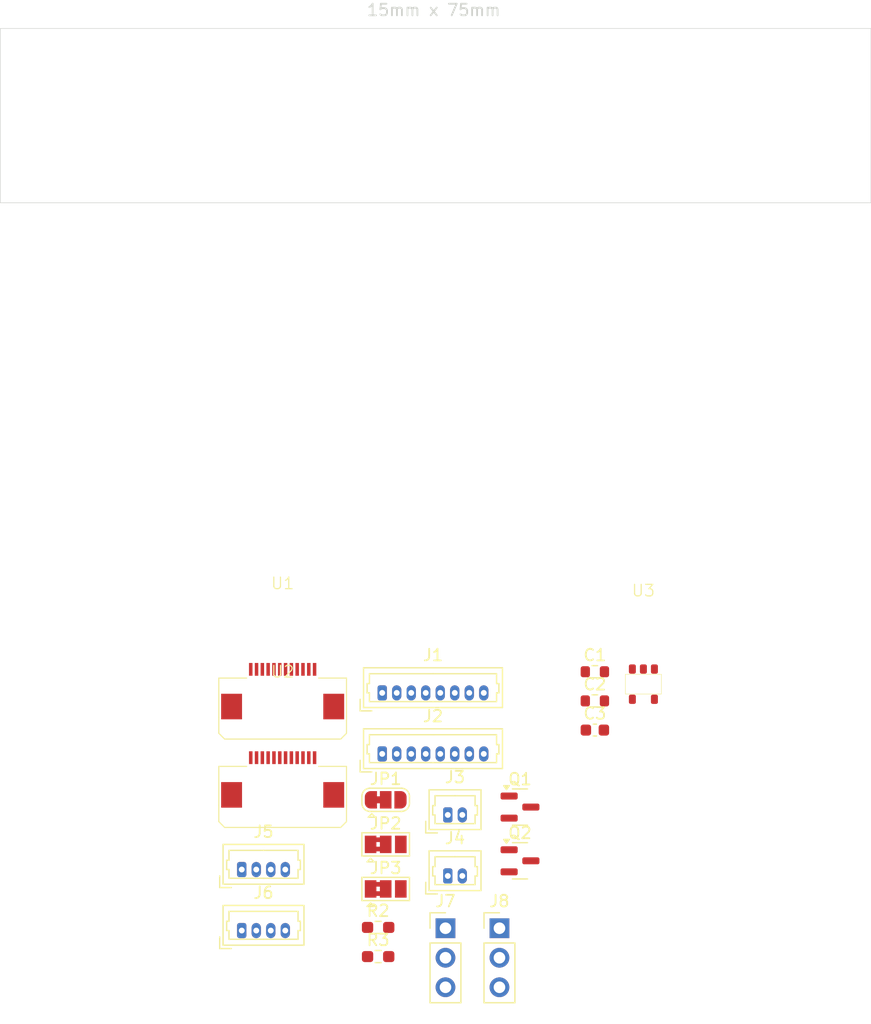
<source format=kicad_pcb>
(kicad_pcb (version 20240108) (generator "pcbnew") (generator_version "8.0")
  (layers (0 "F.Cu" signal) (31 "B.Cu" signal) (34 "B.Paste" user) (35 "F.Paste" user) (36 "B.SilkS" user "B.Silkscreen") (37 "F.SilkS" user "F.Silkscreen") (38 "B.Mask" user) (39 "F.Mask" user) (44 "Edge.Cuts" user))
  (net 0 "")
  (net 1 "+5V")
  (net 2 "GND")
  (net 3 "+3V3")
  (net 4 "Snoot SCL")
  (net 5 "Snoot SDA")
  (net 6 "Net-(J2-Pin_7)")
  (net 7 "Snoot WS")
  (net 8 "Snoot SCK")
  (net 9 "Snoot SD")
  (net 10 "Fan PWR")
  (net 11 "Net-(J7-Pin_1)")
  (net 12 "CPU IO 0")
  (net 13 "CPU IO 1")
  (net 14 "Net-(J8-Pin_1)")
  (net 15 "Snoot IO 0")
  (net 16 "Net-(Q1-D)")
  (net 17 "Snoot RX")
  (net 18 "Snoot TX")
  (footprint "Package_TO_SOT_SMD:SOT-23" (layer "F.Cu") (at 144.77 121.62)
    (property "Reference" "Q2" (at 0 -2.4 0) (layer "F.SilkS"))
    (property "Value" "AS2302")
    (fp_line (start 0 -1.56) (end -0.65 -1.56) (stroke (width 0.12)) (layer "F.SilkS"))
    (fp_line (start 0 -1.56) (end 0.65 -1.56) (stroke (width 0.12)) (layer "F.SilkS"))
    (fp_line (start 0 1.56) (end -0.65 1.56) (stroke (width 0.12)) (layer "F.SilkS"))
    (fp_line (start 0 1.56) (end 0.65 1.56) (stroke (width 0.12)) (layer "F.SilkS"))
    (fp_poly (pts (xy -1.1625 -1.51) (xy -1.4025 -1.84) (xy -0.9225 -1.84) (xy -1.1625 -1.51)) (stroke (width 0.12)) (fill solid) (layer "F.SilkS"))
    (pad "1" smd roundrect (at -0.9375 -0.95) (size 1.475 0.6) (layers "F.Cu" "F.Paste" "F.Mask") (net 16 "Net-(Q1-D)"))
    (pad "2" smd roundrect (at -0.9375 0.95) (size 1.475 0.6) (layers "F.Cu" "F.Paste" "F.Mask") (net 10 "Fan PWR"))
    (pad "3" smd roundrect (at 0.9375 0) (size 1.475 0.6) (layers "F.Cu" "F.Paste" "F.Mask") (net 1 "+5V"))
  )
  (footprint "Jumper:SolderJumper-3_P1.3mm_Bridged2Bar12_Pad1.0x1.5mm" (layer "F.Cu") (at 133.2 124.04)
    (property "Reference" "JP3" (at 0 -1.8 0) (layer "F.SilkS"))
    (property "Value" "Expansion PWR")
    (fp_poly (pts (xy -0.9 -0.6) (xy -0.4 -0.6) (xy -0.4 -0.2) (xy -0.9 -0.2)) (fill solid) (layer "F.Cu"))
    (fp_poly (pts (xy -0.9 0.2) (xy -0.4 0.2) (xy -0.4 0.6) (xy -0.9 0.6)) (fill solid) (layer "F.Cu"))
    (fp_line (start -2.05 -1) (end 2.05 -1) (stroke (width 0.12)) (layer "F.SilkS"))
    (fp_line (start -2.05 1) (end -2.05 -1) (stroke (width 0.12)) (layer "F.SilkS"))
    (fp_line (start -1.6 1.5) (end -1 1.5) (stroke (width 0.12)) (layer "F.SilkS"))
    (fp_line (start -1.3 1.2) (end -1.6 1.5) (stroke (width 0.12)) (layer "F.SilkS"))
    (fp_line (start -1.3 1.2) (end -1 1.5) (stroke (width 0.12)) (layer "F.SilkS"))
    (fp_line (start 2.05 -1) (end 2.05 1) (stroke (width 0.12)) (layer "F.SilkS"))
    (fp_line (start 2.05 1) (end -2.05 1) (stroke (width 0.12)) (layer "F.SilkS"))
    (pad "1" smd rect (at -1.3 0) (size 1 1.5) (layers "F.Cu" "F.Mask") (net 3 "+3V3"))
    (pad "2" smd rect (at 0 0) (size 1 1.5) (layers "F.Cu" "F.Mask") (net 14 "Net-(J8-Pin_1)"))
    (pad "3" smd rect (at 1.3 0) (size 1 1.5) (layers "F.Cu" "F.Mask") (net 1 "+5V"))
  )
  (footprint "Package_TO_SOT_SMD:SOT-23" (layer "F.Cu") (at 144.77 116.995)
    (property "Reference" "Q1" (at 0 -2.4 0) (layer "F.SilkS"))
    (property "Value" "BSS138")
    (fp_line (start 0 -1.56) (end -0.65 -1.56) (stroke (width 0.12)) (layer "F.SilkS"))
    (fp_line (start 0 -1.56) (end 0.65 -1.56) (stroke (width 0.12)) (layer "F.SilkS"))
    (fp_line (start 0 1.56) (end -0.65 1.56) (stroke (width 0.12)) (layer "F.SilkS"))
    (fp_line (start 0 1.56) (end 0.65 1.56) (stroke (width 0.12)) (layer "F.SilkS"))
    (fp_poly (pts (xy -1.1625 -1.51) (xy -1.4025 -1.84) (xy -0.9225 -1.84) (xy -1.1625 -1.51)) (stroke (width 0.12)) (fill solid) (layer "F.SilkS"))
    (pad "1" smd roundrect (at -0.9375 -0.95) (size 1.475 0.6) (layers "F.Cu" "F.Paste" "F.Mask") (net 3 "+3V3"))
    (pad "2" smd roundrect (at -0.9375 0.95) (size 1.475 0.6) (layers "F.Cu" "F.Paste" "F.Mask") (net 15 "Snoot IO 0"))
    (pad "3" smd roundrect (at 0.9375 0) (size 1.475 0.6) (layers "F.Cu" "F.Paste" "F.Mask") (net 16 "Net-(Q1-D)"))
  )
  (footprint "Capacitor_SMD:C_0603_1608Metric" (layer "F.Cu") (at 151.22 110.37)
    (property "Reference" "C3" (at 0 -1.43 0) (layer "F.SilkS"))
    (property "Value" "10uF")
    (fp_line (start -0.14058 -0.51) (end 0.14058 -0.51) (stroke (width 0.12)) (layer "F.SilkS"))
    (fp_line (start -0.14058 0.51) (end 0.14058 0.51) (stroke (width 0.12)) (layer "F.SilkS"))
    (pad "1" smd roundrect (at -0.775 0) (size 0.9 0.95) (layers "F.Cu" "F.Paste" "F.Mask") (net 3 "+3V3"))
    (pad "2" smd roundrect (at 0.775 0) (size 0.9 0.95) (layers "F.Cu" "F.Paste" "F.Mask") (net 2 "GND"))
  )
  (footprint "Connector_Molex:Molex_PicoBlade_53047-0410_1x04_P1.25mm_Vertical" (layer "F.Cu") (at 120.8 122.37)
    (property "Reference" "J5" (at 1.88 -3.25 0) (layer "F.SilkS"))
    (property "Value" "JST [B]")
    (fp_line (start -1.9 1.55) (end -1.9 0.55) (stroke (width 0.12)) (layer "F.SilkS"))
    (fp_line (start -1.9 1.55) (end -0.9 1.55) (stroke (width 0.12)) (layer "F.SilkS"))
    (fp_line (start -1.61 -2.16) (end -1.61 1.26) (stroke (width 0.12)) (layer "F.SilkS"))
    (fp_line (start -1.61 1.26) (end 5.36 1.26) (stroke (width 0.12)) (layer "F.SilkS"))
    (fp_line (start -1.3 -0.8) (end -1.1 -0.8) (stroke (width 0.12)) (layer "F.SilkS"))
    (fp_line (start -1.3 0) (end -1.3 -0.8) (stroke (width 0.12)) (layer "F.SilkS"))
    (fp_line (start -1.1 -1.65) (end 1.875 -1.65) (stroke (width 0.12)) (layer "F.SilkS"))
    (fp_line (start -1.1 -0.8) (end -1.1 -1.65) (stroke (width 0.12)) (layer "F.SilkS"))
    (fp_line (start -1.1 0) (end -1.3 0) (stroke (width 0.12)) (layer "F.SilkS"))
    (fp_line (start -1.1 0.75) (end -1.1 0) (stroke (width 0.12)) (layer "F.SilkS"))
    (fp_line (start 1.875 0.75) (end -1.1 0.75) (stroke (width 0.12)) (layer "F.SilkS"))
    (fp_line (start 1.875 0.75) (end 4.85 0.75) (stroke (width 0.12)) (layer "F.SilkS"))
    (fp_line (start 4.85 -1.65) (end 1.875 -1.65) (stroke (width 0.12)) (layer "F.SilkS"))
    (fp_line (start 4.85 -0.8) (end 4.85 -1.65) (stroke (width 0.12)) (layer "F.SilkS"))
    (fp_line (start 4.85 0) (end 5.05 0) (stroke (width 0.12)) (layer "F.SilkS"))
    (fp_line (start 4.85 0.75) (end 4.85 0) (stroke (width 0.12)) (layer "F.SilkS"))
    (fp_line (start 5.05 -0.8) (end 4.85 -0.8) (stroke (width 0.12)) (layer "F.SilkS"))
    (fp_line (start 5.05 0) (end 5.05 -0.8) (stroke (width 0.12)) (layer "F.SilkS"))
    (fp_line (start 5.36 -2.16) (end -1.61 -2.16) (stroke (width 0.12)) (layer "F.SilkS"))
    (fp_line (start 5.36 1.26) (end 5.36 -2.16) (stroke (width 0.12)) (layer "F.SilkS"))
    (pad "1" thru_hole roundrect (at 0 0) (size 0.8 1.3) (drill 0.5) (layers "*.Cu" "*.Mask") (net 2 "GND"))
    (pad "2" thru_hole oval (at 1.25 0) (size 0.8 1.3) (drill 0.5) (layers "*.Cu" "*.Mask") (net 1 "+5V"))
    (pad "3" thru_hole oval (at 2.5 0) (size 0.8 1.3) (drill 0.5) (layers "*.Cu" "*.Mask") (net 1 "+5V"))
    (pad "4" thru_hole oval (at 3.75 0) (size 0.8 1.3) (drill 0.5) (layers "*.Cu" "*.Mask") (net 2 "GND"))
  )
  (footprint "AP7366-SOT25:AP7366" (layer "F.Cu") (at 155.4 106.42)
    (property "Reference" "U3" (at 0 -8.05 0) (layer "F.SilkS") (effects (font (thickness 0.1))))
    (property "Value" "AP7366-33W5-7")
    (fp_rect (start -1.55 -0.85) (end 1.55 0.85) (stroke (width 0.05)) (fill none) (layer "F.SilkS"))
    (pad "1" smd roundrect (at 0.95 -1.3 90) (size 0.8 0.6) (layers "F.Cu" "F.Paste" "F.Mask") (net 1 "+5V"))
    (pad "2" smd roundrect (at 0 -1.3 90) (size 0.8 0.6) (layers "F.Cu" "F.Paste" "F.Mask") (net 2 "GND"))
    (pad "3" smd roundrect (at -0.95 -1.3 90) (size 0.8 0.6) (layers "F.Cu" "F.Paste" "F.Mask") (net 1 "+5V"))
    (pad "4" smd roundrect (at -0.95 1.3 90) (size 0.8 0.6) (layers "F.Cu" "F.Paste" "F.Mask"))
    (pad "5" smd roundrect (at 0.95 1.3 90) (size 0.8 0.6) (layers "F.Cu" "F.Paste" "F.Mask") (net 3 "+3V3"))
  )
  (footprint "Connector_Molex:Molex_PicoBlade_53047-0210_1x02_P1.25mm_Vertical" (layer "F.Cu") (at 138.55 117.67)
    (property "Reference" "J3" (at 0.62 -3.25 0) (layer "F.SilkS"))
    (property "Value" "JST [F]")
    (fp_line (start -1.9 1.55) (end -1.9 0.55) (stroke (width 0.12)) (layer "F.SilkS"))
    (fp_line (start -1.9 1.55) (end -0.9 1.55) (stroke (width 0.12)) (layer "F.SilkS"))
    (fp_line (start -1.61 -2.16) (end -1.61 1.26) (stroke (width 0.12)) (layer "F.SilkS"))
    (fp_line (start -1.61 1.26) (end 2.86 1.26) (stroke (width 0.12)) (layer "F.SilkS"))
    (fp_line (start -1.3 -0.8) (end -1.1 -0.8) (stroke (width 0.12)) (layer "F.SilkS"))
    (fp_line (start -1.3 0) (end -1.3 -0.8) (stroke (width 0.12)) (layer "F.SilkS"))
    (fp_line (start -1.1 -1.65) (end 0.625 -1.65) (stroke (width 0.12)) (layer "F.SilkS"))
    (fp_line (start -1.1 -0.8) (end -1.1 -1.65) (stroke (width 0.12)) (layer "F.SilkS"))
    (fp_line (start -1.1 0) (end -1.3 0) (stroke (width 0.12)) (layer "F.SilkS"))
    (fp_line (start -1.1 0.75) (end -1.1 0) (stroke (width 0.12)) (layer "F.SilkS"))
    (fp_line (start 0.625 0.75) (end -1.1 0.75) (stroke (width 0.12)) (layer "F.SilkS"))
    (fp_line (start 0.625 0.75) (end 2.35 0.75) (stroke (width 0.12)) (layer "F.SilkS"))
    (fp_line (start 2.35 -1.65) (end 0.625 -1.65) (stroke (width 0.12)) (layer "F.SilkS"))
    (fp_line (start 2.35 -0.8) (end 2.35 -1.65) (stroke (width 0.12)) (layer "F.SilkS"))
    (fp_line (start 2.35 0) (end 2.55 0) (stroke (width 0.12)) (layer "F.SilkS"))
    (fp_line (start 2.35 0.75) (end 2.35 0) (stroke (width 0.12)) (layer "F.SilkS"))
    (fp_line (start 2.55 -0.8) (end 2.35 -0.8) (stroke (width 0.12)) (layer "F.SilkS"))
    (fp_line (start 2.55 0) (end 2.55 -0.8) (stroke (width 0.12)) (layer "F.SilkS"))
    (fp_line (start 2.86 -2.16) (end -1.61 -2.16) (stroke (width 0.12)) (layer "F.SilkS"))
    (fp_line (start 2.86 1.26) (end 2.86 -2.16) (stroke (width 0.12)) (layer "F.SilkS"))
    (pad "1" thru_hole roundrect (at 0 0) (size 0.8 1.3) (drill 0.5) (layers "*.Cu" "*.Mask") (net 10 "Fan PWR"))
    (pad "2" thru_hole oval (at 1.25 0) (size 0.8 1.3) (drill 0.5) (layers "*.Cu" "*.Mask") (net 2 "GND"))
  )
  (footprint "Resistor_SMD:R_0603_1608Metric" (layer "F.Cu") (at 151.22 107.86)
    (property "Reference" "C2" (at 0 -1.43 0) (layer "F.SilkS"))
    (property "Value" "1uF")
    (fp_line (start -0.237258 -0.5225) (end 0.237258 -0.5225) (stroke (width 0.12)) (layer "F.SilkS"))
    (fp_line (start -0.237258 0.5225) (end 0.237258 0.5225) (stroke (width 0.12)) (layer "F.SilkS"))
    (pad "1" smd roundrect (at -0.825 0) (size 0.8 0.95) (layers "F.Cu" "F.Paste" "F.Mask") (net 3 "+3V3"))
    (pad "2" smd roundrect (at 0.825 0) (size 0.8 0.95) (layers "F.Cu" "F.Paste" "F.Mask") (net 2 "GND"))
  )
  (footprint "FFC_Connector:FFC Aliexpress 0.5mm 12P" (layer "F.Cu") (at 124.325 106.095)
    (property "Reference" "U1" (at 0 -8.35 0) (layer "F.SilkS") (effects (font (thickness 0.1))))
    (property "Value" "FFC [M]")
    (fp_line (start -5.5 -0.2) (end -3.1 -0.2) (stroke (width 0.1)) (layer "F.SilkS"))
    (fp_line (start -5.5 3.15) (end -5.5 -0.2) (stroke (width 0.1)) (layer "F.SilkS"))
    (fp_line (start -5.5 4.55) (end -5.5 3.15) (stroke (width 0.1)) (layer "F.SilkS"))
    (fp_line (start -5 5.05) (end -5.5 4.55) (stroke (width 0.1)) (layer "F.SilkS"))
    (fp_line (start -5 5.05) (end 5 5.05) (stroke (width 0.1)) (layer "F.SilkS"))
    (fp_line (start 3.1 -0.2) (end 5.5 -0.2) (stroke (width 0.1)) (layer "F.SilkS"))
    (fp_line (start 5 5.05) (end 5.5 4.55) (stroke (width 0.1)) (layer "F.SilkS"))
    (fp_line (start 5.5 -0.2) (end 5.5 3.15) (stroke (width 0.1)) (layer "F.SilkS"))
    (fp_line (start 5.5 4.55) (end 5.5 3.15) (stroke (width 0.1)) (layer "F.SilkS"))
    (pad "" smd rect (at -4.4 2.25) (size 1.8 2.2) (layers "F.Cu" "F.Paste" "F.Mask"))
    (pad "" smd rect (at 4.4 2.25) (size 1.8 2.2) (layers "F.Cu" "F.Paste" "F.Mask"))
    (pad "1" smd rect (at -2.75 -0.95) (size 0.3 1.1) (layers "F.Cu" "F.Paste" "F.Mask") (net 2 "GND"))
    (pad "2" smd rect (at -2.25 -0.95) (size 0.3 1.1) (layers "F.Cu" "F.Paste" "F.Mask") (net 2 "GND"))
    (pad "3" smd rect (at -1.75 -0.95) (size 0.3 1.1) (layers "F.Cu" "F.Paste" "F.Mask") (net 2 "GND"))
    (pad "4" smd rect (at -1.25 -0.95) (size 0.3 1.1) (layers "F.Cu" "F.Paste" "F.Mask") (net 12 "CPU IO 0"))
    (pad "5" smd rect (at -0.75 -0.95) (size 0.3 1.1) (layers "F.Cu" "F.Paste" "F.Mask") (net 1 "+5V"))
    (pad "6" smd rect (at -0.25 -0.95) (size 0.3 1.1) (layers "F.Cu" "F.Paste" "F.Mask") (net 17 "Snoot RX"))
    (pad "7" smd rect (at 0.25 -0.95) (size 0.3 1.1) (layers "F.Cu" "F.Paste" "F.Mask") (net 18 "Snoot TX"))
    (pad "8" smd rect (at 0.75 -0.95) (size 0.3 1.1) (layers "F.Cu" "F.Paste" "F.Mask") (net 1 "+5V"))
    (pad "9" smd rect (at 1.25 -0.95) (size 0.3 1.1) (layers "F.Cu" "F.Paste" "F.Mask") (net 13 "CPU IO 1"))
    (pad "10" smd rect (at 1.75 -0.95) (size 0.3 1.1) (layers "F.Cu" "F.Paste" "F.Mask") (net 2 "GND"))
    (pad "11" smd rect (at 2.25 -0.95) (size 0.3 1.1) (layers "F.Cu" "F.Paste" "F.Mask") (net 2 "GND"))
    (pad "12" smd rect (at 2.75 -0.95) (size 0.3 1.1) (layers "F.Cu" "F.Paste" "F.Mask") (net 2 "GND"))
  )
  (footprint "Jumper:SolderJumper-3_P1.3mm_Bridged12_RoundedPad1.0x1.5mm" (layer "F.Cu") (at 133.2 116.37)
    (property "Reference" "JP1" (at 0 -1.8 0) (layer "F.SilkS"))
    (property "Value" "LR Select")
    (fp_poly (pts (xy -0.9 -0.3) (xy -0.4 -0.3) (xy -0.4 0.3) (xy -0.9 0.3)) (fill solid) (layer "F.Cu"))
    (fp_line (start -2.05 0.3) (end -2.05 -0.3) (stroke (width 0.12)) (layer "F.SilkS"))
    (fp_line (start -1.5 1.5) (end -0.9 1.5) (stroke (width 0.12)) (layer "F.SilkS"))
    (fp_line (start -1.4 -1) (end 1.4 -1) (stroke (width 0.12)) (layer "F.SilkS"))
    (fp_line (start -1.2 1.2) (end -1.5 1.5) (stroke (width 0.12)) (layer "F.SilkS"))
    (fp_line (start -1.2 1.2) (end -0.9 1.5) (stroke (width 0.12)) (layer "F.SilkS"))
    (fp_line (start 1.4 1) (end -1.4 1) (stroke (width 0.12)) (layer "F.SilkS"))
    (fp_line (start 2.05 -0.3) (end 2.05 0.3) (stroke (width 0.12)) (layer "F.SilkS"))
    (fp_arc (start -2.05 -0.3) (mid -1.844975 -0.794975) (end -1.35 -1) (stroke (width 0.12)) (layer "F.SilkS"))
    (fp_arc (start -1.35 1) (mid -1.844975 0.794975) (end -2.05 0.3) (stroke (width 0.12)) (layer "F.SilkS"))
    (fp_arc (start 1.35 -1) (mid 1.844975 -0.794975) (end 2.05 -0.3) (stroke (width 0.12)) (layer "F.SilkS"))
    (fp_arc (start 2.05 0.3) (mid 1.844975 0.794975) (end 1.35 1) (stroke (width 0.12)) (layer "F.SilkS"))
    (pad "1" smd custom (at -1.3 0) (size 1 0.5) (layers "F.Cu" "F.Mask") (net 2 "GND") (options (clearance outline) (anchor rect)) (primitives (gr_circle (center 0 0.25) (end 0.5 0.25) (width 0) (fill yes)) (gr_circle (center 0 -0.25) (end 0.5 -0.25) (width 0) (fill yes)) (gr_poly (pts (xy 0.55 0.75) (xy 0 0.75) (xy 0 -0.75) (xy 0.55 -0.75)) (width 0) (fill yes))))
    (pad "2" smd rect (at 0 0) (size 1 1.5) (layers "F.Cu" "F.Mask") (net 6 "Net-(J2-Pin_7)"))
    (pad "3" smd custom (at 1.3 0) (size 1 0.5) (layers "F.Cu" "F.Mask") (net 3 "+3V3") (options (clearance outline) (anchor rect)) (primitives (gr_circle (center 0 0.25) (end 0.5 0.25) (width 0) (fill yes)) (gr_circle (center 0 -0.25) (end 0.5 -0.25) (width 0) (fill yes)) (gr_poly (pts (xy 0 0.75) (xy -0.55 0.75) (xy -0.55 -0.75) (xy 0 -0.75)) (width 0) (fill yes))))
  )
  (footprint "Connector_Molex:Molex_PicoBlade_53047-0410_1x04_P1.25mm_Vertical" (layer "F.Cu") (at 120.8 127.62)
    (property "Reference" "J6" (at 1.88 -3.25 0) (layer "F.SilkS"))
    (property "Value" "JST [K]")
    (fp_line (start -1.9 1.55) (end -1.9 0.55) (stroke (width 0.12)) (layer "F.SilkS"))
    (fp_line (start -1.9 1.55) (end -0.9 1.55) (stroke (width 0.12)) (layer "F.SilkS"))
    (fp_line (start -1.61 -2.16) (end -1.61 1.26) (stroke (width 0.12)) (layer "F.SilkS"))
    (fp_line (start -1.61 1.26) (end 5.36 1.26) (stroke (width 0.12)) (layer "F.SilkS"))
    (fp_line (start -1.3 -0.8) (end -1.1 -0.8) (stroke (width 0.12)) (layer "F.SilkS"))
    (fp_line (start -1.3 0) (end -1.3 -0.8) (stroke (width 0.12)) (layer "F.SilkS"))
    (fp_line (start -1.1 -1.65) (end 1.875 -1.65) (stroke (width 0.12)) (layer "F.SilkS"))
    (fp_line (start -1.1 -0.8) (end -1.1 -1.65) (stroke (width 0.12)) (layer "F.SilkS"))
    (fp_line (start -1.1 0) (end -1.3 0) (stroke (width 0.12)) (layer "F.SilkS"))
    (fp_line (start -1.1 0.75) (end -1.1 0) (stroke (width 0.12)) (layer "F.SilkS"))
    (fp_line (start 1.875 0.75) (end -1.1 0.75) (stroke (width 0.12)) (layer "F.SilkS"))
    (fp_line (start 1.875 0.75) (end 4.85 0.75) (stroke (width 0.12)) (layer "F.SilkS"))
    (fp_line (start 4.85 -1.65) (end 1.875 -1.65) (stroke (width 0.12)) (layer "F.SilkS"))
    (fp_line (start 4.85 -0.8) (end 4.85 -1.65) (stroke (width 0.12)) (layer "F.SilkS"))
    (fp_line (start 4.85 0) (end 5.05 0) (stroke (width 0.12)) (layer "F.SilkS"))
    (fp_line (start 4.85 0.75) (end 4.85 0) (stroke (width 0.12)) (layer "F.SilkS"))
    (fp_line (start 5.05 -0.8) (end 4.85 -0.8) (stroke (width 0.12)) (layer "F.SilkS"))
    (fp_line (start 5.05 0) (end 5.05 -0.8) (stroke (width 0.12)) (layer "F.SilkS"))
    (fp_line (start 5.36 -2.16) (end -1.61 -2.16) (stroke (width 0.12)) (layer "F.SilkS"))
    (fp_line (start 5.36 1.26) (end 5.36 -2.16) (stroke (width 0.12)) (layer "F.SilkS"))
    (pad "1" thru_hole roundrect (at 0 0) (size 0.8 1.3) (drill 0.5) (layers "*.Cu" "*.Mask") (net 2 "GND"))
    (pad "2" thru_hole oval (at 1.25 0) (size 0.8 1.3) (drill 0.5) (layers "*.Cu" "*.Mask") (net 1 "+5V"))
    (pad "3" thru_hole oval (at 2.5 0) (size 0.8 1.3) (drill 0.5) (layers "*.Cu" "*.Mask") (net 1 "+5V"))
    (pad "4" thru_hole oval (at 3.75 0) (size 0.8 1.3) (drill 0.5) (layers "*.Cu" "*.Mask") (net 2 "GND"))
  )
  (footprint "Resistor_SMD:R_0603_1608Metric" (layer "F.Cu") (at 151.22 105.35)
    (property "Reference" "C1" (at 0 -1.43 0) (layer "F.SilkS"))
    (property "Value" "1uF")
    (fp_line (start -0.237258 -0.5225) (end 0.237258 -0.5225) (stroke (width 0.12)) (layer "F.SilkS"))
    (fp_line (start -0.237258 0.5225) (end 0.237258 0.5225) (stroke (width 0.12)) (layer "F.SilkS"))
    (pad "1" smd roundrect (at -0.825 0) (size 0.8 0.95) (layers "F.Cu" "F.Paste" "F.Mask") (net 1 "+5V"))
    (pad "2" smd roundrect (at 0.825 0) (size 0.8 0.95) (layers "F.Cu" "F.Paste" "F.Mask") (net 2 "GND"))
  )
  (footprint "Resistor_SMD:R_0603_1608Metric_Pad0.98x0.95mm_HandSolder" (layer "F.Cu") (at 132.55 127.35)
    (property "Reference" "R2" (at 0 -1.43 0) (layer "F.SilkS"))
    (property "Value" "10K")
    (fp_line (start -0.254724 -0.5225) (end 0.254724 -0.5225) (stroke (width 0.12)) (layer "F.SilkS"))
    (fp_line (start -0.254724 0.5225) (end 0.254724 0.5225) (stroke (width 0.12)) (layer "F.SilkS"))
    (pad "1" smd roundrect (at -0.9125 0) (size 0.975 0.95) (layers "F.Cu" "F.Paste" "F.Mask") (net 3 "+3V3"))
    (pad "2" smd roundrect (at 0.9125 0) (size 0.975 0.95) (layers "F.Cu" "F.Paste" "F.Mask") (net 15 "Snoot IO 0"))
  )
  (footprint "Connector_Molex:Molex_PicoBlade_53047-0210_1x02_P1.25mm_Vertical" (layer "F.Cu") (at 138.55 122.92)
    (property "Reference" "J4" (at 0.62 -3.25 0) (layer "F.SilkS"))
    (property "Value" "JST [F]")
    (fp_line (start -1.9 1.55) (end -1.9 0.55) (stroke (width 0.12)) (layer "F.SilkS"))
    (fp_line (start -1.9 1.55) (end -0.9 1.55) (stroke (width 0.12)) (layer "F.SilkS"))
    (fp_line (start -1.61 -2.16) (end -1.61 1.26) (stroke (width 0.12)) (layer "F.SilkS"))
    (fp_line (start -1.61 1.26) (end 2.86 1.26) (stroke (width 0.12)) (layer "F.SilkS"))
    (fp_line (start -1.3 -0.8) (end -1.1 -0.8) (stroke (width 0.12)) (layer "F.SilkS"))
    (fp_line (start -1.3 0) (end -1.3 -0.8) (stroke (width 0.12)) (layer "F.SilkS"))
    (fp_line (start -1.1 -1.65) (end 0.625 -1.65) (stroke (width 0.12)) (layer "F.SilkS"))
    (fp_line (start -1.1 -0.8) (end -1.1 -1.65) (stroke (width 0.12)) (layer "F.SilkS"))
    (fp_line (start -1.1 0) (end -1.3 0) (stroke (width 0.12)) (layer "F.SilkS"))
    (fp_line (start -1.1 0.75) (end -1.1 0) (stroke (width 0.12)) (layer "F.SilkS"))
    (fp_line (start 0.625 0.75) (end -1.1 0.75) (stroke (width 0.12)) (layer "F.SilkS"))
    (fp_line (start 0.625 0.75) (end 2.35 0.75) (stroke (width 0.12)) (layer "F.SilkS"))
    (fp_line (start 2.35 -1.65) (end 0.625 -1.65) (stroke (width 0.12)) (layer "F.SilkS"))
    (fp_line (start 2.35 -0.8) (end 2.35 -1.65) (stroke (width 0.12)) (layer "F.SilkS"))
    (fp_line (start 2.35 0) (end 2.55 0) (stroke (width 0.12)) (layer "F.SilkS"))
    (fp_line (start 2.35 0.75) (end 2.35 0) (stroke (width 0.12)) (layer "F.SilkS"))
    (fp_line (start 2.55 -0.8) (end 2.35 -0.8) (stroke (width 0.12)) (layer "F.SilkS"))
    (fp_line (start 2.55 0) (end 2.55 -0.8) (stroke (width 0.12)) (layer "F.SilkS"))
    (fp_line (start 2.86 -2.16) (end -1.61 -2.16) (stroke (width 0.12)) (layer "F.SilkS"))
    (fp_line (start 2.86 1.26) (end 2.86 -2.16) (stroke (width 0.12)) (layer "F.SilkS"))
    (pad "1" thru_hole roundrect (at 0 0) (size 0.8 1.3) (drill 0.5) (layers "*.Cu" "*.Mask") (net 10 "Fan PWR"))
    (pad "2" thru_hole oval (at 1.25 0) (size 0.8 1.3) (drill 0.5) (layers "*.Cu" "*.Mask") (net 2 "GND"))
  )
  (footprint "Connector_PinHeader_2.54mm:PinHeader_1x03_P2.54mm_Vertical" (layer "F.Cu") (at 143 127.42)
    (property "Reference" "J8" (at 0 -2.33 0) (layer "F.SilkS"))
    (property "Value" "Misc Expansion")
    (fp_line (start -1.33 -1.33) (end 0 -1.33) (stroke (width 0.12)) (layer "F.SilkS"))
    (fp_line (start -1.33 0) (end -1.33 -1.33) (stroke (width 0.12)) (layer "F.SilkS"))
    (fp_line (start -1.33 1.27) (end -1.33 6.41) (stroke (width 0.12)) (layer "F.SilkS"))
    (fp_line (start -1.33 1.27) (end 1.33 1.27) (stroke (width 0.12)) (layer "F.SilkS"))
    (fp_line (start -1.33 6.41) (end 1.33 6.41) (stroke (width 0.12)) (layer "F.SilkS"))
    (fp_line (start 1.33 1.27) (end 1.33 6.41) (stroke (width 0.12)) (layer "F.SilkS"))
    (pad "1" thru_hole rect (at 0 0) (size 1.7 1.7) (drill 1) (layers "*.Cu" "*.Mask") (net 14 "Net-(J8-Pin_1)"))
    (pad "2" thru_hole oval (at 0 2.54) (size 1.7 1.7) (drill 1) (layers "*.Cu" "*.Mask") (net 13 "CPU IO 1"))
    (pad "3" thru_hole oval (at 0 5.08) (size 1.7 1.7) (drill 1) (layers "*.Cu" "*.Mask") (net 2 "GND"))
  )
  (footprint "Connector_Molex:Molex_PicoBlade_53047-0810_1x08_P1.25mm_Vertical" (layer "F.Cu") (at 132.9 107.17)
    (property "Reference" "J1" (at 4.38 -3.25 0) (layer "F.SilkS"))
    (property "Value" "JST [S]")
    (fp_line (start -1.9 1.55) (end -1.9 0.55) (stroke (width 0.12)) (layer "F.SilkS"))
    (fp_line (start -1.9 1.55) (end -0.9 1.55) (stroke (width 0.12)) (layer "F.SilkS"))
    (fp_line (start -1.61 -2.16) (end -1.61 1.26) (stroke (width 0.12)) (layer "F.SilkS"))
    (fp_line (start -1.61 1.26) (end 10.36 1.26) (stroke (width 0.12)) (layer "F.SilkS"))
    (fp_line (start -1.3 -0.8) (end -1.1 -0.8) (stroke (width 0.12)) (layer "F.SilkS"))
    (fp_line (start -1.3 0) (end -1.3 -0.8) (stroke (width 0.12)) (layer "F.SilkS"))
    (fp_line (start -1.1 -1.65) (end 4.375 -1.65) (stroke (width 0.12)) (layer "F.SilkS"))
    (fp_line (start -1.1 -0.8) (end -1.1 -1.65) (stroke (width 0.12)) (layer "F.SilkS"))
    (fp_line (start -1.1 0) (end -1.3 0) (stroke (width 0.12)) (layer "F.SilkS"))
    (fp_line (start -1.1 0.75) (end -1.1 0) (stroke (width 0.12)) (layer "F.SilkS"))
    (fp_line (start 4.375 0.75) (end -1.1 0.75) (stroke (width 0.12)) (layer "F.SilkS"))
    (fp_line (start 4.375 0.75) (end 9.85 0.75) (stroke (width 0.12)) (layer "F.SilkS"))
    (fp_line (start 9.85 -1.65) (end 4.375 -1.65) (stroke (width 0.12)) (layer "F.SilkS"))
    (fp_line (start 9.85 -0.8) (end 9.85 -1.65) (stroke (width 0.12)) (layer "F.SilkS"))
    (fp_line (start 9.85 0) (end 10.05 0) (stroke (width 0.12)) (layer "F.SilkS"))
    (fp_line (start 9.85 0.75) (end 9.85 0) (stroke (width 0.12)) (layer "F.SilkS"))
    (fp_line (start 10.05 -0.8) (end 9.85 -0.8) (stroke (width 0.12)) (layer "F.SilkS"))
    (fp_line (start 10.05 0) (end 10.05 -0.8) (stroke (width 0.12)) (layer "F.SilkS"))
    (fp_line (start 10.36 -2.16) (end -1.61 -2.16) (stroke (width 0.12)) (layer "F.SilkS"))
    (fp_line (start 10.36 1.26) (end 10.36 -2.16) (stroke (width 0.12)) (layer "F.SilkS"))
    (pad "1" thru_hole roundrect (at 0 0) (size 0.8 1.3) (drill 0.5) (layers "*.Cu" "*.Mask") (net 2 "GND"))
    (pad "2" thru_hole oval (at 1.25 0) (size 0.8 1.3) (drill 0.5) (layers "*.Cu" "*.Mask") (net 2 "GND"))
    (pad "3" thru_hole oval (at 2.5 0) (size 0.8 1.3) (drill 0.5) (layers "*.Cu" "*.Mask") (net 3 "+3V3"))
    (pad "4" thru_hole oval (at 3.75 0) (size 0.8 1.3) (drill 0.5) (layers "*.Cu" "*.Mask") (net 4 "Snoot SCL"))
    (pad "5" thru_hole oval (at 5 0) (size 0.8 1.3) (drill 0.5) (layers "*.Cu" "*.Mask") (net 5 "Snoot SDA"))
    (pad "6" thru_hole oval (at 6.25 0) (size 0.8 1.3) (drill 0.5) (layers "*.Cu" "*.Mask") (net 3 "+3V3"))
    (pad "7" thru_hole oval (at 7.5 0) (size 0.8 1.3) (drill 0.5) (layers "*.Cu" "*.Mask") (net 2 "GND"))
    (pad "8" thru_hole oval (at 8.75 0) (size 0.8 1.3) (drill 0.5) (layers "*.Cu" "*.Mask") (net 2 "GND"))
  )
  (footprint "Jumper:SolderJumper-3_P1.3mm_Bridged2Bar12_Pad1.0x1.5mm" (layer "F.Cu") (at 133.2 120.205)
    (property "Reference" "JP2" (at 0 -1.8 0) (layer "F.SilkS"))
    (property "Value" "Expansion PWR")
    (fp_poly (pts (xy -0.9 -0.6) (xy -0.4 -0.6) (xy -0.4 -0.2) (xy -0.9 -0.2)) (fill solid) (layer "F.Cu"))
    (fp_poly (pts (xy -0.9 0.2) (xy -0.4 0.2) (xy -0.4 0.6) (xy -0.9 0.6)) (fill solid) (layer "F.Cu"))
    (fp_line (start -2.05 -1) (end 2.05 -1) (stroke (width 0.12)) (layer "F.SilkS"))
    (fp_line (start -2.05 1) (end -2.05 -1) (stroke (width 0.12)) (layer "F.SilkS"))
    (fp_line (start -1.6 1.5) (end -1 1.5) (stroke (width 0.12)) (layer "F.SilkS"))
    (fp_line (start -1.3 1.2) (end -1.6 1.5) (stroke (width 0.12)) (layer "F.SilkS"))
    (fp_line (start -1.3 1.2) (end -1 1.5) (stroke (width 0.12)) (layer "F.SilkS"))
    (fp_line (start 2.05 -1) (end 2.05 1) (stroke (width 0.12)) (layer "F.SilkS"))
    (fp_line (start 2.05 1) (end -2.05 1) (stroke (width 0.12)) (layer "F.SilkS"))
    (pad "1" smd rect (at -1.3 0) (size 1 1.5) (layers "F.Cu" "F.Mask") (net 3 "+3V3"))
    (pad "2" smd rect (at 0 0) (size 1 1.5) (layers "F.Cu" "F.Mask") (net 11 "Net-(J7-Pin_1)"))
    (pad "3" smd rect (at 1.3 0) (size 1 1.5) (layers "F.Cu" "F.Mask") (net 1 "+5V"))
  )
  (footprint "Connector_Molex:Molex_PicoBlade_53047-0810_1x08_P1.25mm_Vertical" (layer "F.Cu") (at 132.9 112.42)
    (property "Reference" "J2" (at 4.38 -3.25 0) (layer "F.SilkS"))
    (property "Value" "JST [M]")
    (fp_line (start -1.9 1.55) (end -1.9 0.55) (stroke (width 0.12)) (layer "F.SilkS"))
    (fp_line (start -1.9 1.55) (end -0.9 1.55) (stroke (width 0.12)) (layer "F.SilkS"))
    (fp_line (start -1.61 -2.16) (end -1.61 1.26) (stroke (width 0.12)) (layer "F.SilkS"))
    (fp_line (start -1.61 1.26) (end 10.36 1.26) (stroke (width 0.12)) (layer "F.SilkS"))
    (fp_line (start -1.3 -0.8) (end -1.1 -0.8) (stroke (width 0.12)) (layer "F.SilkS"))
    (fp_line (start -1.3 0) (end -1.3 -0.8) (stroke (width 0.12)) (layer "F.SilkS"))
    (fp_line (start -1.1 -1.65) (end 4.375 -1.65) (stroke (width 0.12)) (layer "F.SilkS"))
    (fp_line (start -1.1 -0.8) (end -1.1 -1.65) (stroke (width 0.12)) (layer "F.SilkS"))
    (fp_line (start -1.1 0) (end -1.3 0) (stroke (width 0.12)) (layer "F.SilkS"))
    (fp_line (start -1.1 0.75) (end -1.1 0) (stroke (width 0.12)) (layer "F.SilkS"))
    (fp_line (start 4.375 0.75) (end -1.1 0.75) (stroke (width 0.12)) (layer "F.SilkS"))
    (fp_line (start 4.375 0.75) (end 9.85 0.75) (stroke (width 0.12)) (layer "F.SilkS"))
    (fp_line (start 9.85 -1.65) (end 4.375 -1.65) (stroke (width 0.12)) (layer "F.SilkS"))
    (fp_line (start 9.85 -0.8) (end 9.85 -1.65) (stroke (width 0.12)) (layer "F.SilkS"))
    (fp_line (start 9.85 0) (end 10.05 0) (stroke (width 0.12)) (layer "F.SilkS"))
    (fp_line (start 9.85 0.75) (end 9.85 0) (stroke (width 0.12)) (layer "F.SilkS"))
    (fp_line (start 10.05 -0.8) (end 9.85 -0.8) (stroke (width 0.12)) (layer "F.SilkS"))
    (fp_line (start 10.05 0) (end 10.05 -0.8) (stroke (width 0.12)) (layer "F.SilkS"))
    (fp_line (start 10.36 -2.16) (end -1.61 -2.16) (stroke (width 0.12)) (layer "F.SilkS"))
    (fp_line (start 10.36 1.26) (end 10.36 -2.16) (stroke (width 0.12)) (layer "F.SilkS"))
    (pad "1" thru_hole roundrect (at 0 0) (size 0.8 1.3) (drill 0.5) (layers "*.Cu" "*.Mask") (net 2 "GND"))
    (pad "2" thru_hole oval (at 1.25 0) (size 0.8 1.3) (drill 0.5) (layers "*.Cu" "*.Mask") (net 9 "Snoot SD"))
    (pad "3" thru_hole oval (at 2.5 0) (size 0.8 1.3) (drill 0.5) (layers "*.Cu" "*.Mask") (net 3 "+3V3"))
    (pad "4" thru_hole oval (at 3.75 0) (size 0.8 1.3) (drill 0.5) (layers "*.Cu" "*.Mask") (net 8 "Snoot SCK"))
    (pad "5" thru_hole oval (at 5 0) (size 0.8 1.3) (drill 0.5) (layers "*.Cu" "*.Mask") (net 7 "Snoot WS"))
    (pad "6" thru_hole oval (at 6.25 0) (size 0.8 1.3) (drill 0.5) (layers "*.Cu" "*.Mask") (net 3 "+3V3"))
    (pad "7" thru_hole oval (at 7.5 0) (size 0.8 1.3) (drill 0.5) (layers "*.Cu" "*.Mask") (net 6 "Net-(J2-Pin_7)"))
    (pad "8" thru_hole oval (at 8.75 0) (size 0.8 1.3) (drill 0.5) (layers "*.Cu" "*.Mask") (net 2 "GND"))
  )
  (footprint "FFC_Connector:FFC Aliexpress 0.5mm 12P" (layer "F.Cu") (at 124.325 113.695)
    (property "Reference" "U2" (at 0 -8.35 0) (layer "F.SilkS") (effects (font (thickness 0.1))))
    (property "Value" "FFC [S]")
    (fp_line (start -5.5 -0.2) (end -3.1 -0.2) (stroke (width 0.1)) (layer "F.SilkS"))
    (fp_line (start -5.5 3.15) (end -5.5 -0.2) (stroke (width 0.1)) (layer "F.SilkS"))
    (fp_line (start -5.5 4.55) (end -5.5 3.15) (stroke (width 0.1)) (layer "F.SilkS"))
    (fp_line (start -5 5.05) (end -5.5 4.55) (stroke (width 0.1)) (layer "F.SilkS"))
    (fp_line (start -5 5.05) (end 5 5.05) (stroke (width 0.1)) (layer "F.SilkS"))
    (fp_line (start 3.1 -0.2) (end 5.5 -0.2) (stroke (width 0.1)) (layer "F.SilkS"))
    (fp_line (start 5 5.05) (end 5.5 4.55) (stroke (width 0.1)) (layer "F.SilkS"))
    (fp_line (start 5.5 -0.2) (end 5.5 3.15) (stroke (width 0.1)) (layer "F.SilkS"))
    (fp_line (start 5.5 4.55) (end 5.5 3.15) (stroke (width 0.1)) (layer "F.SilkS"))
    (pad "" smd rect (at -4.4 2.25) (size 1.8 2.2) (layers "F.Cu" "F.Paste" "F.Mask"))
    (pad "" smd rect (at 4.4 2.25) (size 1.8 2.2) (layers "F.Cu" "F.Paste" "F.Mask"))
    (pad "1" smd rect (at -2.75 -0.95) (size 0.3 1.1) (layers "F.Cu" "F.Paste" "F.Mask") (net 2 "GND"))
    (pad "2" smd rect (at -2.25 -0.95) (size 0.3 1.1) (layers "F.Cu" "F.Paste" "F.Mask") (net 5 "Snoot SDA"))
    (pad "3" smd rect (at -1.75 -0.95) (size 0.3 1.1) (layers "F.Cu" "F.Paste" "F.Mask") (net 4 "Snoot SCL"))
    (pad "4" smd rect (at -1.25 -0.95) (size 0.3 1.1) (layers "F.Cu" "F.Paste" "F.Mask") (net 15 "Snoot IO 0"))
    (pad "5" smd rect (at -0.75 -0.95) (size 0.3 1.1) (layers "F.Cu" "F.Paste" "F.Mask") (net 1 "+5V"))
    (pad "6" smd rect (at -0.25 -0.95) (size 0.3 1.1) (layers "F.Cu" "F.Paste" "F.Mask") (net 17 "Snoot RX"))
    (pad "7" smd rect (at 0.25 -0.95) (size 0.3 1.1) (layers "F.Cu" "F.Paste" "F.Mask") (net 18 "Snoot TX"))
    (pad "8" smd rect (at 0.75 -0.95) (size 0.3 1.1) (layers "F.Cu" "F.Paste" "F.Mask") (net 1 "+5V"))
    (pad "9" smd rect (at 1.25 -0.95) (size 0.3 1.1) (layers "F.Cu" "F.Paste" "F.Mask") (net 9 "Snoot SD"))
    (pad "10" smd rect (at 1.75 -0.95) (size 0.3 1.1) (layers "F.Cu" "F.Paste" "F.Mask") (net 7 "Snoot WS"))
    (pad "11" smd rect (at 2.25 -0.95) (size 0.3 1.1) (layers "F.Cu" "F.Paste" "F.Mask") (net 8 "Snoot SCK"))
    (pad "12" smd rect (at 2.75 -0.95) (size 0.3 1.1) (layers "F.Cu" "F.Paste" "F.Mask") (net 2 "GND"))
  )
  (footprint "Resistor_SMD:R_0603_1608Metric_Pad0.98x0.95mm_HandSolder" (layer "F.Cu") (at 132.55 129.86)
    (property "Reference" "R3" (at 0 -1.43 0) (layer "F.SilkS"))
    (property "Value" "10K")
    (fp_line (start -0.254724 -0.5225) (end 0.254724 -0.5225) (stroke (width 0.12)) (layer "F.SilkS"))
    (fp_line (start -0.254724 0.5225) (end 0.254724 0.5225) (stroke (width 0.12)) (layer "F.SilkS"))
    (pad "1" smd roundrect (at -0.9125 0) (size 0.975 0.95) (layers "F.Cu" "F.Paste" "F.Mask") (net 1 "+5V"))
    (pad "2" smd roundrect (at 0.9125 0) (size 0.975 0.95) (layers "F.Cu" "F.Paste" "F.Mask") (net 16 "Net-(Q1-D)"))
  )
  (footprint "Connector_PinHeader_2.54mm:PinHeader_1x03_P2.54mm_Vertical" (layer "F.Cu") (at 138.35 127.42)
    (property "Reference" "J7" (at 0 -2.33 0) (layer "F.SilkS"))
    (property "Value" "Misc Expansion")
    (fp_line (start -1.33 -1.33) (end 0 -1.33) (stroke (width 0.12)) (layer "F.SilkS"))
    (fp_line (start -1.33 0) (end -1.33 -1.33) (stroke (width 0.12)) (layer "F.SilkS"))
    (fp_line (start -1.33 1.27) (end -1.33 6.41) (stroke (width 0.12)) (layer "F.SilkS"))
    (fp_line (start -1.33 1.27) (end 1.33 1.27) (stroke (width 0.12)) (layer "F.SilkS"))
    (fp_line (start -1.33 6.41) (end 1.33 6.41) (stroke (width 0.12)) (layer "F.SilkS"))
    (fp_line (start 1.33 1.27) (end 1.33 6.41) (stroke (width 0.12)) (layer "F.SilkS"))
    (pad "1" thru_hole rect (at 0 0) (size 1.7 1.7) (drill 1) (layers "*.Cu" "*.Mask") (net 11 "Net-(J7-Pin_1)"))
    (pad "2" thru_hole oval (at 0 2.54) (size 1.7 1.7) (drill 1) (layers "*.Cu" "*.Mask") (net 12 "CPU IO 0"))
    (pad "3" thru_hole oval (at 0 5.08) (size 1.7 1.7) (drill 1) (layers "*.Cu" "*.Mask") (net 2 "GND"))
  )
  (gr_rect (start 100 50) (end 175 65) (stroke (width 0.05)) (fill none) (layer "Edge.Cuts"))
  (gr_text "15mm x 75mm" (at 131.5 49 0) (layer "Edge.Cuts") (effects (font (size 1 1)) (justify left bottom)))
)
</source>
